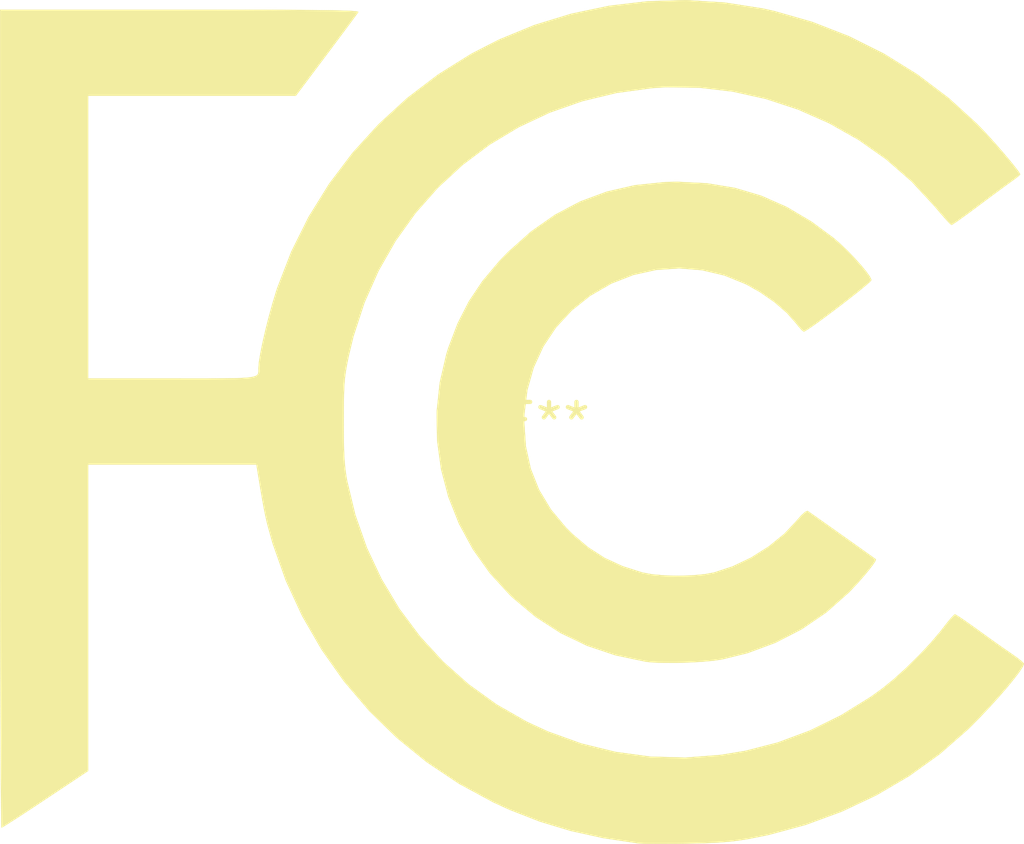
<source format=kicad_pcb>
(kicad_pcb (version 20240108) (generator pcbnew)
  (layers (0 "F.Cu" signal) (31 "B.Cu" signal) (34 "B.Paste" user) (35 "F.Paste" user) (36 "B.SilkS" user "B.Silkscreen") (37 "F.SilkS" user "F.Silkscreen") (38 "B.Mask" user) (39 "F.Mask" user) (44 "Edge.Cuts" user))
  (net 0 "")
  (footprint "FCC-Logo_36.3x30mm_SilkScreen" (layer "F.Cu") (at 0 0)
    (property "Reference" "REF**")
    (property "Value" "FCC-Logo_36.3x30mm_SilkScreen")
    (fp_poly (pts (xy 6.844435 -8.396113) (xy 7.82277 -8.233585) (xy 8.753536 -7.957071) (xy 9.649547 -7.561957) (xy 10.52362 -7.043633) (xy 11.294008 -6.474536) (xy 11.529347 -6.270837) (xy 11.781091 -6.029927) (xy 12.030601 -5.772521) (xy 12.25924 -5.519335) (xy 12.448369 -5.291086) (xy 12.579351 -5.10849) (xy 12.633547 -4.992262) (xy 12.634026 -4.985118) (xy 12.583644 -4.925375) (xy 12.444813 -4.802385) (xy 12.236002 -4.630222) (xy 11.975681 -4.42296) (xy 11.68232 -4.194672) (xy 11.374391 -3.959431) (xy 11.070361 -3.731312) (xy 10.788703 -3.524387) (xy 10.547885 -3.352731) (xy 10.366378 -3.230417) (xy 10.262652 -3.171519) (xy 10.249665 -3.168312) (xy 10.181186 -3.218132) (xy 10.068766 -3.343652) (xy 9.995065 -3.438939) (xy 9.655728 -3.824121) (xy 9.214554 -4.206477) (xy 8.700186 -4.563559) (xy 8.206453 -4.84071) (xy 7.45107 -5.1475) (xy 6.659795 -5.333285) (xy 5.849521 -5.39799) (xy 5.037138 -5.341541) (xy 4.239539 -5.163863) (xy 3.473613 -4.864881) (xy 3.466865 -4.861615) (xy 2.72045 -4.430685) (xy 2.068558 -3.911282) (xy 1.51623 -3.311422) (xy 1.068507 -2.639118) (xy 0.73043 -1.902385) (xy 0.507041 -1.109238) (xy 0.403381 -0.26769) (xy 0.396306 0.019964) (xy 0.453642 0.874323) (xy 0.628179 1.669284) (xy 0.921984 2.409643) (xy 1.337126 3.100202) (xy 1.875674 3.745759) (xy 2.096079 3.96421) (xy 2.654192 4.437178) (xy 3.232356 4.809541) (xy 3.865939 5.100795) (xy 4.56019 5.322464) (xy 4.909972 5.387173) (xy 5.34655 5.42556) (xy 5.827426 5.437626) (xy 6.310099 5.42337) (xy 6.752071 5.382792) (xy 7.08511 5.322483) (xy 7.742009 5.106495) (xy 8.395087 4.794056) (xy 9.011835 4.405406) (xy 9.559746 3.960786) (xy 9.969529 3.526564) (xy 10.154024 3.315479) (xy 10.296441 3.185515) (xy 10.381759 3.15014) (xy 10.386758 3.152439) (xy 10.454412 3.199168) (xy 10.610229 3.308694) (xy 10.834873 3.4673) (xy 11.109009 3.661269) (xy 11.413302 3.876883) (xy 11.728416 4.100426) (xy 12.035016 4.31818) (xy 12.313768 4.516428) (xy 12.545334 4.681453) (xy 12.710381 4.799538) (xy 12.789573 4.856965) (xy 12.791714 4.858601) (xy 12.772863 4.921494) (xy 12.680308 5.0598) (xy 12.530859 5.252922) (xy 12.341325 5.480267) (xy 12.128516 5.721237) (xy 11.909241 5.955238) (xy 11.835115 6.030642) (xy 11.049291 6.726172) (xy 10.186548 7.316619) (xy 9.255284 7.79755) (xy 8.263899 8.164533) (xy 7.372847 8.385001) (xy 7.052801 8.431746) (xy 6.647755 8.46841) (xy 6.194776 8.493857) (xy 5.730932 8.506951) (xy 5.29329 8.506558) (xy 4.918918 8.491541) (xy 4.684155 8.467367) (xy 3.612078 8.242052) (xy 2.609419 7.905052) (xy 1.672679 7.454654) (xy 0.798362 6.889145) (xy -0.01703 6.20681) (xy -0.10855 6.119449) (xy -0.816272 5.345882) (xy -1.415518 4.504778) (xy -1.903628 3.606829) (xy -2.277942 2.66273) (xy -2.5358 1.683171) (xy -2.674545 0.678847) (xy -2.691514 -0.339551) (xy -2.584051 -1.361329) (xy -2.349494 -2.375796) (xy -2.278255 -2.604017) (xy -1.954103 -3.455434) (xy -1.559837 -4.22773) (xy -1.077995 -4.948875) (xy -0.491115 -5.646842) (xy -0.173533 -5.975328) (xy 0.631061 -6.69325) (xy 1.477113 -7.286261) (xy 2.368215 -7.755846) (xy 3.307963 -8.103494) (xy 4.299949 -8.330691) (xy 5.347768 -8.438923) (xy 5.805714 -8.449264) (xy 6.844435 -8.396113)) (layer "F.SilkS") (stroke (width 0.01)) (fill solid))
    (fp_poly (pts (xy 7.462815 -14.768076) (xy 8.797567 -14.559831) (xy 9.203376 -14.470196) (xy 10.54415 -14.086084) (xy 11.840441 -13.581102) (xy 13.082615 -12.96061) (xy 14.26104 -12.229968) (xy 15.366081 -11.394536) (xy 16.359356 -10.488506) (xy 16.571006 -10.269643) (xy 16.808546 -10.012308) (xy 17.055885 -9.735358) (xy 17.296933 -9.45765) (xy 17.515599 -9.198043) (xy 17.695792 -8.975392) (xy 17.821422 -8.808556) (xy 17.876397 -8.716392) (xy 17.877552 -8.709281) (xy 17.827299 -8.655791) (xy 17.700155 -8.555508) (xy 17.597162 -8.481561) (xy 17.449659 -8.37601) (xy 17.221587 -8.20919) (xy 16.937672 -7.99935) (xy 16.622642 -7.764738) (xy 16.412641 -7.607405) (xy 16.11287 -7.384385) (xy 15.84896 -7.192076) (xy 15.639135 -7.043433) (xy 15.501623 -6.951417) (xy 15.456017 -6.92728) (xy 15.397125 -6.975298) (xy 15.272254 -7.106657) (xy 15.098672 -7.302325) (xy 14.893644 -7.543268) (xy 14.853955 -7.590913) (xy 14.046988 -8.461141) (xy 13.150627 -9.241851) (xy 12.176794 -9.928053) (xy 11.137413 -10.514758) (xy 10.044405 -10.996975) (xy 8.909695 -11.369715) (xy 7.745204 -11.627989) (xy 6.562856 -11.766807) (xy 5.374573 -11.78118) (xy 4.911148 -11.751895) (xy 3.656214 -11.581897) (xy 2.449483 -11.292237) (xy 1.297068 -10.888305) (xy 0.205079 -10.375492) (xy -0.820372 -9.75919) (xy -1.773174 -9.044789) (xy -2.647217 -8.237681) (xy -3.436389 -7.343256) (xy -4.134578 -6.366906) (xy -4.735675 -5.314021) (xy -5.233568 -4.189994) (xy -5.622145 -3.000214) (xy -5.788506 -2.312941) (xy -5.84803 -2.022375) (xy -5.892611 -1.768502) (xy -5.92443 -1.523608) (xy -5.945665 -1.259975) (xy -5.958495 -0.949887) (xy -5.965099 -0.56563) (xy -5.967657 -0.079487) (xy -5.967756 -0.032987) (xy -5.96614 0.513537) (xy -5.957882 0.954098) (xy -5.941511 1.314581) (xy -5.91555 1.620869) (xy -5.878528 1.898847) (xy -5.84754 2.078182) (xy -5.556555 3.290042) (xy -5.148131 4.452936) (xy -4.628373 5.559235) (xy -4.003387 6.601307) (xy -3.279278 7.571524) (xy -2.462151 8.462255) (xy -1.558113 9.26587) (xy -0.573267 9.974738) (xy 0.48628 10.581229) (xy 1.231304 10.924985) (xy 2.411621 11.349814) (xy 3.615425 11.64526) (xy 4.838182 11.810878) (xy 6.075358 11.846224) (xy 7.32242 11.750853) (xy 8.191622 11.607528) (xy 9.336323 11.311987) (xy 10.463711 10.892189) (xy 11.55691 10.355823) (xy 12.599045 9.710579) (xy 13.018802 9.407944) (xy 13.426874 9.076129) (xy 13.870032 8.674663) (xy 14.314353 8.237279) (xy 14.725913 7.797711) (xy 15.070789 7.389693) (xy 15.144295 7.294338) (xy 15.312389 7.078388) (xy 15.454425 6.909497) (xy 15.550207 6.811017) (xy 15.575948 6.795325) (xy 15.646859 6.832269) (xy 15.802909 6.933675) (xy 16.023254 7.085405) (xy 16.28705 7.27332) (xy 16.378368 7.339611) (xy 16.697984 7.570798) (xy 17.025413 7.80441) (xy 17.323406 8.014058) (xy 17.554715 8.173354) (xy 17.565727 8.18078) (xy 17.771471 8.326093) (xy 17.92655 8.448569) (xy 18.004451 8.526849) (xy 18.008819 8.537764) (xy 17.966566 8.646659) (xy 17.843918 8.833684) (xy 17.653801 9.083685) (xy 17.409142 9.381508) (xy 17.122866 9.712) (xy 16.807899 10.060008) (xy 16.477166 10.410378) (xy 16.143593 10.747957) (xy 16.023758 10.864927) (xy 15.039213 11.72552) (xy 13.963923 12.497215) (xy 12.80972 13.174107) (xy 11.588438 13.750291) (xy 10.31191 14.219865) (xy 8.991968 14.576922) (xy 8.312727 14.712592) (xy 7.954366 14.769503) (xy 7.595026 14.811978) (xy 7.203626 14.842303) (xy 6.749084 14.862764) (xy 6.200319 14.875648) (xy 6.06961 14.877613) (xy 5.63512 14.882229) (xy 5.232168 14.883867) (xy 4.884155 14.88264) (xy 4.614484 14.878662) (xy 4.446557 14.872045) (xy 4.420259 14.869652) (xy 3.183683 14.684133) (xy 2.035655 14.431155) (xy 0.946774 14.102403) (xy -0.112362 13.689562) (xy -0.692728 13.423709) (xy -1.904446 12.767869) (xy -3.043199 12.00565) (xy -4.103035 11.144336) (xy -5.078003 10.19121) (xy -5.962151 9.153557) (xy -6.749529 8.038661) (xy -7.434185 6.853805) (xy -8.010167 5.606275) (xy -8.471524 4.303354) (xy -8.641789 3.694546) (xy -8.690473 3.497554) (xy -8.736205 3.292982) (xy -8.783258 3.058032) (xy -8.835902 2.769906) (xy -8.898408 2.405808) (xy -8.975048 1.942941) (xy -9.009513 1.731819) (xy -9.044421 1.517403) (xy -14.976104 1.517403) (xy -14.976104 12.317095) (xy -16.478442 13.316729) (xy -16.874446 13.579101) (xy -17.234832 13.815724) (xy -17.54498 14.017173) (xy -17.790272 14.174023) (xy -17.956091 14.276849) (xy -18.027817 14.316225) (xy -18.028831 14.316364) (xy -18.033395 14.251386) (xy -18.037842 14.060435) (xy -18.042151 13.749487) (xy -18.046302 13.324517) (xy -18.050277 12.791501) (xy -18.054053 12.156414) (xy -18.057613 11.42523) (xy -18.060935 10.603927) (xy -18.064 9.698478) (xy -18.066789 8.71486) (xy -18.06928 7.659048) (xy -18.071454 6.537017) (xy -18.073292 5.354743) (xy -18.074773 4.1182) (xy -18.075877 2.833365) (xy -18.076585 1.506213) (xy -18.076877 0.142718) (xy -18.076883 -0.098961) (xy -18.076883 -14.514285) (xy -11.739483 -14.514285) (xy -10.647872 -14.513979) (xy -9.681643 -14.513002) (xy -8.834233 -14.51127) (xy -8.099077 -14.508694) (xy -7.469611 -14.505191) (xy -6.93927 -14.500673) (xy -6.501492 -14.495054) (xy -6.149711 -14.488248) (xy -5.877363 -14.48017) (xy -5.677884 -14.470733) (xy -5.544711 -14.459851) (xy -5.471278 -14.447437) (xy -5.451022 -14.433407) (xy -5.451724 -14.431818) (xy -5.503185 -14.358939) (xy -5.623152 -14.19521) (xy -5.800797 -13.955214) (xy -6.025292 -13.653536) (xy -6.28581 -13.304758) (xy -6.571523 -12.923465) (xy -6.578315 -12.914415) (xy -7.655267 -11.47948) (xy -14.976104 -11.47948) (xy -14.976104 -1.517402) (xy -12.014332 -1.517402) (xy -11.301114 -1.517167) (xy -10.70868 -1.517384) (xy -10.225866 -1.519433) (xy -9.841511 -1.524696) (xy -9.544454 -1.534555) (xy -9.323532 -1.550391) (xy -9.167583 -1.573584) (xy -9.065446 -1.605518) (xy -9.005959 -1.647572) (xy -8.977959 -1.701129) (xy -8.970285 -1.767569) (xy -8.971774 -1.848275) (xy -8.972468 -1.89386) (xy -8.953733 -2.10747) (xy -8.901631 -2.420803) (xy -8.822318 -2.807687) (xy -8.721951 -3.241956) (xy -8.606685 -3.697441) (xy -8.482675 -4.147972) (xy -8.356078 -4.567382) (xy -8.310922 -4.706111) (xy -7.815015 -5.988687) (xy -7.203387 -7.214404) (xy -6.482651 -8.375847) (xy -5.659418 -9.465605) (xy -4.740302 -10.476263) (xy -3.731914 -11.400409) (xy -2.640866 -12.23063) (xy -1.473771 -12.959513) (xy -0.504952 -13.457583) (xy 0.749853 -13.973632) (xy 2.052135 -14.372527) (xy 3.388234 -14.652844) (xy 4.744487 -14.813158) (xy 6.107235 -14.852043) (xy 7.462815 -14.768076)) (layer "F.SilkS") (stroke (width 0.01)) (fill solid))
  )
)
</source>
